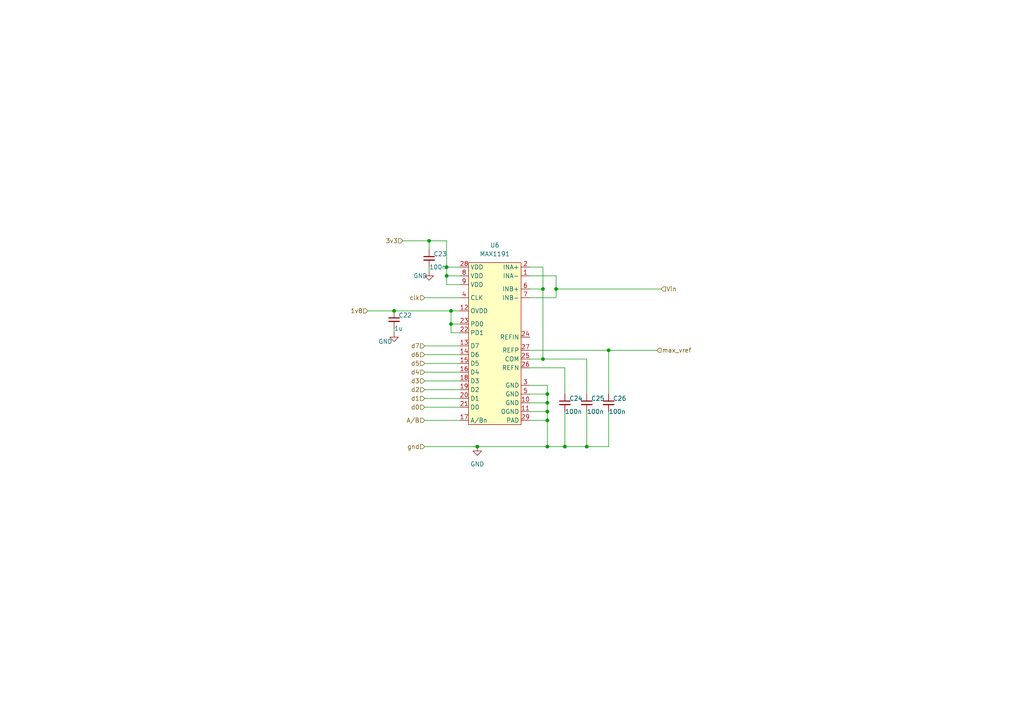
<source format=kicad_sch>
(kicad_sch
	(version 20231120)
	(generator "eeschema")
	(generator_version "8.0")
	(uuid "3a186c3a-e753-4d92-969b-521b857a3f91")
	(paper "A4")
	(lib_symbols
		(symbol "0_kicad_custom_symbols:MAX1191"
			(exclude_from_sim no)
			(in_bom yes)
			(on_board yes)
			(property "Reference" "U"
				(at -1.27 25.4 0)
				(effects
					(font
						(size 1.27 1.27)
					)
				)
			)
			(property "Value" "MAX1191"
				(at -1.27 22.86 0)
				(effects
					(font
						(size 1.27 1.27)
					)
				)
			)
			(property "Footprint" ""
				(at -10.16 22.86 0)
				(effects
					(font
						(size 1.27 1.27)
					)
					(hide yes)
				)
			)
			(property "Datasheet" ""
				(at -10.16 22.86 0)
				(effects
					(font
						(size 1.27 1.27)
					)
					(hide yes)
				)
			)
			(property "Description" ""
				(at 0 0 0)
				(effects
					(font
						(size 1.27 1.27)
					)
					(hide yes)
				)
			)
			(symbol "MAX1191_0_0"
				(pin unspecified line
					(at 10.16 17.78 180)
					(length 2.54)
					(name "INA-"
						(effects
							(font
								(size 1.27 1.27)
							)
						)
					)
					(number "1"
						(effects
							(font
								(size 1.27 1.27)
							)
						)
					)
				)
				(pin unspecified line
					(at 10.16 -19.05 180)
					(length 2.54)
					(name "GND"
						(effects
							(font
								(size 1.27 1.27)
							)
						)
					)
					(number "10"
						(effects
							(font
								(size 1.27 1.27)
							)
						)
					)
				)
				(pin unspecified line
					(at 10.16 -21.59 180)
					(length 2.54)
					(name "OGND"
						(effects
							(font
								(size 1.27 1.27)
							)
						)
					)
					(number "11"
						(effects
							(font
								(size 1.27 1.27)
							)
						)
					)
				)
				(pin unspecified line
					(at -10.16 7.62 0)
					(length 2.54)
					(name "OVDD"
						(effects
							(font
								(size 1.27 1.27)
							)
						)
					)
					(number "12"
						(effects
							(font
								(size 1.27 1.27)
							)
						)
					)
				)
				(pin unspecified line
					(at -10.16 -2.54 0)
					(length 2.54)
					(name "D7"
						(effects
							(font
								(size 1.27 1.27)
							)
						)
					)
					(number "13"
						(effects
							(font
								(size 1.27 1.27)
							)
						)
					)
				)
				(pin unspecified line
					(at -10.16 -5.08 0)
					(length 2.54)
					(name "D6"
						(effects
							(font
								(size 1.27 1.27)
							)
						)
					)
					(number "14"
						(effects
							(font
								(size 1.27 1.27)
							)
						)
					)
				)
				(pin unspecified line
					(at -10.16 -7.62 0)
					(length 2.54)
					(name "D5"
						(effects
							(font
								(size 1.27 1.27)
							)
						)
					)
					(number "15"
						(effects
							(font
								(size 1.27 1.27)
							)
						)
					)
				)
				(pin unspecified line
					(at -10.16 -10.16 0)
					(length 2.54)
					(name "D4"
						(effects
							(font
								(size 1.27 1.27)
							)
						)
					)
					(number "16"
						(effects
							(font
								(size 1.27 1.27)
							)
						)
					)
				)
				(pin unspecified line
					(at -10.16 -24.13 0)
					(length 2.54)
					(name "A/Bn"
						(effects
							(font
								(size 1.27 1.27)
							)
						)
					)
					(number "17"
						(effects
							(font
								(size 1.27 1.27)
							)
						)
					)
				)
				(pin unspecified line
					(at -10.16 -12.7 0)
					(length 2.54)
					(name "D3"
						(effects
							(font
								(size 1.27 1.27)
							)
						)
					)
					(number "18"
						(effects
							(font
								(size 1.27 1.27)
							)
						)
					)
				)
				(pin unspecified line
					(at -10.16 -15.24 0)
					(length 2.54)
					(name "D2"
						(effects
							(font
								(size 1.27 1.27)
							)
						)
					)
					(number "19"
						(effects
							(font
								(size 1.27 1.27)
							)
						)
					)
				)
				(pin unspecified line
					(at 10.16 20.32 180)
					(length 2.54)
					(name "INA+"
						(effects
							(font
								(size 1.27 1.27)
							)
						)
					)
					(number "2"
						(effects
							(font
								(size 1.27 1.27)
							)
						)
					)
				)
				(pin unspecified line
					(at -10.16 -17.78 0)
					(length 2.54)
					(name "D1"
						(effects
							(font
								(size 1.27 1.27)
							)
						)
					)
					(number "20"
						(effects
							(font
								(size 1.27 1.27)
							)
						)
					)
				)
				(pin unspecified line
					(at -10.16 -20.32 0)
					(length 2.54)
					(name "D0"
						(effects
							(font
								(size 1.27 1.27)
							)
						)
					)
					(number "21"
						(effects
							(font
								(size 1.27 1.27)
							)
						)
					)
				)
				(pin unspecified line
					(at -10.16 1.27 0)
					(length 2.54)
					(name "PD1"
						(effects
							(font
								(size 1.27 1.27)
							)
						)
					)
					(number "22"
						(effects
							(font
								(size 1.27 1.27)
							)
						)
					)
				)
				(pin unspecified line
					(at -10.16 3.81 0)
					(length 2.54)
					(name "PD0"
						(effects
							(font
								(size 1.27 1.27)
							)
						)
					)
					(number "23"
						(effects
							(font
								(size 1.27 1.27)
							)
						)
					)
				)
				(pin unspecified line
					(at 10.16 0 180)
					(length 2.54)
					(name "REFIN"
						(effects
							(font
								(size 1.27 1.27)
							)
						)
					)
					(number "24"
						(effects
							(font
								(size 1.27 1.27)
							)
						)
					)
				)
				(pin unspecified line
					(at 10.16 -6.35 180)
					(length 2.54)
					(name "COM"
						(effects
							(font
								(size 1.27 1.27)
							)
						)
					)
					(number "25"
						(effects
							(font
								(size 1.27 1.27)
							)
						)
					)
				)
				(pin unspecified line
					(at 10.16 -8.89 180)
					(length 2.54)
					(name "REFN"
						(effects
							(font
								(size 1.27 1.27)
							)
						)
					)
					(number "26"
						(effects
							(font
								(size 1.27 1.27)
							)
						)
					)
				)
				(pin unspecified line
					(at 10.16 -3.81 180)
					(length 2.54)
					(name "REFP"
						(effects
							(font
								(size 1.27 1.27)
							)
						)
					)
					(number "27"
						(effects
							(font
								(size 1.27 1.27)
							)
						)
					)
				)
				(pin unspecified line
					(at -10.16 20.32 0)
					(length 2.54)
					(name "VDD"
						(effects
							(font
								(size 1.27 1.27)
							)
						)
					)
					(number "28"
						(effects
							(font
								(size 1.27 1.27)
							)
						)
					)
				)
				(pin unspecified line
					(at 10.16 -24.13 180)
					(length 2.54)
					(name "PAD"
						(effects
							(font
								(size 1.27 1.27)
							)
						)
					)
					(number "29"
						(effects
							(font
								(size 1.27 1.27)
							)
						)
					)
				)
				(pin unspecified line
					(at 10.16 -13.97 180)
					(length 2.54)
					(name "GND"
						(effects
							(font
								(size 1.27 1.27)
							)
						)
					)
					(number "3"
						(effects
							(font
								(size 1.27 1.27)
							)
						)
					)
				)
				(pin unspecified line
					(at -10.16 11.43 0)
					(length 2.54)
					(name "CLK"
						(effects
							(font
								(size 1.27 1.27)
							)
						)
					)
					(number "4"
						(effects
							(font
								(size 1.27 1.27)
							)
						)
					)
				)
				(pin unspecified line
					(at 10.16 -16.51 180)
					(length 2.54)
					(name "GND"
						(effects
							(font
								(size 1.27 1.27)
							)
						)
					)
					(number "5"
						(effects
							(font
								(size 1.27 1.27)
							)
						)
					)
				)
				(pin unspecified line
					(at 10.16 13.97 180)
					(length 2.54)
					(name "INB+"
						(effects
							(font
								(size 1.27 1.27)
							)
						)
					)
					(number "6"
						(effects
							(font
								(size 1.27 1.27)
							)
						)
					)
				)
				(pin unspecified line
					(at 10.16 11.43 180)
					(length 2.54)
					(name "INB-"
						(effects
							(font
								(size 1.27 1.27)
							)
						)
					)
					(number "7"
						(effects
							(font
								(size 1.27 1.27)
							)
						)
					)
				)
				(pin unspecified line
					(at -10.16 17.78 0)
					(length 2.54)
					(name "VDD"
						(effects
							(font
								(size 1.27 1.27)
							)
						)
					)
					(number "8"
						(effects
							(font
								(size 1.27 1.27)
							)
						)
					)
				)
				(pin unspecified line
					(at -10.16 15.24 0)
					(length 2.54)
					(name "VDD"
						(effects
							(font
								(size 1.27 1.27)
							)
						)
					)
					(number "9"
						(effects
							(font
								(size 1.27 1.27)
							)
						)
					)
				)
			)
			(symbol "MAX1191_0_1"
				(rectangle
					(start -7.62 21.59)
					(end 7.62 -25.4)
					(stroke
						(width 0)
						(type default)
					)
					(fill
						(type background)
					)
				)
			)
		)
		(symbol "Device:C_Small"
			(pin_numbers hide)
			(pin_names
				(offset 0.254) hide)
			(exclude_from_sim no)
			(in_bom yes)
			(on_board yes)
			(property "Reference" "C"
				(at 0.254 1.778 0)
				(effects
					(font
						(size 1.27 1.27)
					)
					(justify left)
				)
			)
			(property "Value" "C_Small"
				(at 0.254 -2.032 0)
				(effects
					(font
						(size 1.27 1.27)
					)
					(justify left)
				)
			)
			(property "Footprint" ""
				(at 0 0 0)
				(effects
					(font
						(size 1.27 1.27)
					)
					(hide yes)
				)
			)
			(property "Datasheet" "~"
				(at 0 0 0)
				(effects
					(font
						(size 1.27 1.27)
					)
					(hide yes)
				)
			)
			(property "Description" "Unpolarized capacitor, small symbol"
				(at 0 0 0)
				(effects
					(font
						(size 1.27 1.27)
					)
					(hide yes)
				)
			)
			(property "ki_keywords" "capacitor cap"
				(at 0 0 0)
				(effects
					(font
						(size 1.27 1.27)
					)
					(hide yes)
				)
			)
			(property "ki_fp_filters" "C_*"
				(at 0 0 0)
				(effects
					(font
						(size 1.27 1.27)
					)
					(hide yes)
				)
			)
			(symbol "C_Small_0_1"
				(polyline
					(pts
						(xy -1.524 -0.508) (xy 1.524 -0.508)
					)
					(stroke
						(width 0.3302)
						(type default)
					)
					(fill
						(type none)
					)
				)
				(polyline
					(pts
						(xy -1.524 0.508) (xy 1.524 0.508)
					)
					(stroke
						(width 0.3048)
						(type default)
					)
					(fill
						(type none)
					)
				)
			)
			(symbol "C_Small_1_1"
				(pin passive line
					(at 0 2.54 270)
					(length 2.032)
					(name "~"
						(effects
							(font
								(size 1.27 1.27)
							)
						)
					)
					(number "1"
						(effects
							(font
								(size 1.27 1.27)
							)
						)
					)
				)
				(pin passive line
					(at 0 -2.54 90)
					(length 2.032)
					(name "~"
						(effects
							(font
								(size 1.27 1.27)
							)
						)
					)
					(number "2"
						(effects
							(font
								(size 1.27 1.27)
							)
						)
					)
				)
			)
		)
		(symbol "power:GND"
			(power)
			(pin_names
				(offset 0)
			)
			(exclude_from_sim no)
			(in_bom yes)
			(on_board yes)
			(property "Reference" "#PWR"
				(at 0 -6.35 0)
				(effects
					(font
						(size 1.27 1.27)
					)
					(hide yes)
				)
			)
			(property "Value" "GND"
				(at 0 -3.81 0)
				(effects
					(font
						(size 1.27 1.27)
					)
				)
			)
			(property "Footprint" ""
				(at 0 0 0)
				(effects
					(font
						(size 1.27 1.27)
					)
					(hide yes)
				)
			)
			(property "Datasheet" ""
				(at 0 0 0)
				(effects
					(font
						(size 1.27 1.27)
					)
					(hide yes)
				)
			)
			(property "Description" "Power symbol creates a global label with name \"GND\" , ground"
				(at 0 0 0)
				(effects
					(font
						(size 1.27 1.27)
					)
					(hide yes)
				)
			)
			(property "ki_keywords" "power-flag"
				(at 0 0 0)
				(effects
					(font
						(size 1.27 1.27)
					)
					(hide yes)
				)
			)
			(symbol "GND_0_1"
				(polyline
					(pts
						(xy 0 0) (xy 0 -1.27) (xy 1.27 -1.27) (xy 0 -2.54) (xy -1.27 -1.27) (xy 0 -1.27)
					)
					(stroke
						(width 0)
						(type default)
					)
					(fill
						(type none)
					)
				)
			)
			(symbol "GND_1_1"
				(pin power_in line
					(at 0 0 270)
					(length 0) hide
					(name "GND"
						(effects
							(font
								(size 1.27 1.27)
							)
						)
					)
					(number "1"
						(effects
							(font
								(size 1.27 1.27)
							)
						)
					)
				)
			)
		)
	)
	(junction
		(at 130.81 90.17)
		(diameter 0)
		(color 0 0 0 0)
		(uuid "009c2790-8889-41cf-b715-897af59e514f")
	)
	(junction
		(at 157.48 83.82)
		(diameter 0)
		(color 0 0 0 0)
		(uuid "0d6ee968-2c11-422f-b580-24ba3aa35505")
	)
	(junction
		(at 130.81 93.98)
		(diameter 0)
		(color 0 0 0 0)
		(uuid "4203972a-0b82-4af2-8c38-9a790fc3fc95")
	)
	(junction
		(at 170.18 129.54)
		(diameter 0)
		(color 0 0 0 0)
		(uuid "56a6ba4c-4004-46de-80d0-84f173694cf9")
	)
	(junction
		(at 129.54 80.01)
		(diameter 0)
		(color 0 0 0 0)
		(uuid "56d2defa-efae-476c-ae21-1d3b1b224979")
	)
	(junction
		(at 158.75 114.3)
		(diameter 0)
		(color 0 0 0 0)
		(uuid "6388cda6-0264-47e5-9552-66c45d925121")
	)
	(junction
		(at 158.75 116.84)
		(diameter 0)
		(color 0 0 0 0)
		(uuid "83432c3a-edcd-4145-b30a-4817d2121009")
	)
	(junction
		(at 158.75 121.92)
		(diameter 0)
		(color 0 0 0 0)
		(uuid "83a43ae1-db50-4364-9fec-c0d7e36b7f0a")
	)
	(junction
		(at 114.3 90.17)
		(diameter 0)
		(color 0 0 0 0)
		(uuid "8526a745-332d-4d31-8327-8cf158348bfa")
	)
	(junction
		(at 157.48 104.14)
		(diameter 0)
		(color 0 0 0 0)
		(uuid "b79beb60-d22f-4974-8783-64a0c227e42d")
	)
	(junction
		(at 158.75 119.38)
		(diameter 0)
		(color 0 0 0 0)
		(uuid "c1590a38-3c10-425e-858a-95aa249f91d6")
	)
	(junction
		(at 163.83 129.54)
		(diameter 0)
		(color 0 0 0 0)
		(uuid "cb4ab98c-c919-4089-a2f7-e23987412199")
	)
	(junction
		(at 138.43 129.54)
		(diameter 0)
		(color 0 0 0 0)
		(uuid "d391cc59-edc8-42be-81ee-08472c801038")
	)
	(junction
		(at 176.53 101.6)
		(diameter 0)
		(color 0 0 0 0)
		(uuid "d9a3889e-c3ff-452b-9b3c-d2bc2782c1e0")
	)
	(junction
		(at 158.75 129.54)
		(diameter 0)
		(color 0 0 0 0)
		(uuid "df76cb42-8292-4b0e-80a2-725c4a5377bf")
	)
	(junction
		(at 161.29 83.82)
		(diameter 0)
		(color 0 0 0 0)
		(uuid "eea3461b-6fe6-4913-8ad3-211a181590ec")
	)
	(junction
		(at 124.46 69.85)
		(diameter 0)
		(color 0 0 0 0)
		(uuid "f1fb2a2e-b849-40c6-8083-3d1d5a7e7fb0")
	)
	(junction
		(at 129.54 77.47)
		(diameter 0)
		(color 0 0 0 0)
		(uuid "f518a3ca-56d3-4ca5-8a74-9f5d45e1a02a")
	)
	(wire
		(pts
			(xy 153.67 119.38) (xy 158.75 119.38)
		)
		(stroke
			(width 0)
			(type default)
		)
		(uuid "03af67bb-de50-4d09-ba2f-1af046c9ba73")
	)
	(wire
		(pts
			(xy 138.43 129.54) (xy 158.75 129.54)
		)
		(stroke
			(width 0)
			(type default)
		)
		(uuid "056712ce-e684-4f33-9955-9e53f8ff1f30")
	)
	(wire
		(pts
			(xy 158.75 111.76) (xy 158.75 114.3)
		)
		(stroke
			(width 0)
			(type default)
		)
		(uuid "057649b6-dcfe-4ad2-b574-b808dad9cb8b")
	)
	(wire
		(pts
			(xy 157.48 83.82) (xy 157.48 104.14)
		)
		(stroke
			(width 0)
			(type default)
		)
		(uuid "061a9b0a-06ef-4659-82d4-812ea0d95a1a")
	)
	(wire
		(pts
			(xy 123.19 110.49) (xy 133.35 110.49)
		)
		(stroke
			(width 0)
			(type default)
		)
		(uuid "0a226972-16d7-4dbb-9567-35d717ca05a9")
	)
	(wire
		(pts
			(xy 129.54 82.55) (xy 129.54 80.01)
		)
		(stroke
			(width 0)
			(type default)
		)
		(uuid "0d50162a-1f0f-4c5d-9846-aa0e7fa44053")
	)
	(wire
		(pts
			(xy 153.67 83.82) (xy 157.48 83.82)
		)
		(stroke
			(width 0)
			(type default)
		)
		(uuid "0f3513b2-6805-4700-9e3f-0249e5384f67")
	)
	(wire
		(pts
			(xy 158.75 121.92) (xy 158.75 129.54)
		)
		(stroke
			(width 0)
			(type default)
		)
		(uuid "13be5d43-0f3d-4b17-9714-9a41f8a71774")
	)
	(wire
		(pts
			(xy 158.75 119.38) (xy 158.75 121.92)
		)
		(stroke
			(width 0)
			(type default)
		)
		(uuid "17cff373-d871-45fa-b23b-25c7ad05cd97")
	)
	(wire
		(pts
			(xy 170.18 114.3) (xy 170.18 104.14)
		)
		(stroke
			(width 0)
			(type default)
		)
		(uuid "1b40dec0-22e6-4f93-91f0-0473e1ff2517")
	)
	(wire
		(pts
			(xy 123.19 118.11) (xy 133.35 118.11)
		)
		(stroke
			(width 0)
			(type default)
		)
		(uuid "2e29d9ea-43b3-43ae-9970-93c2d20791b4")
	)
	(wire
		(pts
			(xy 123.19 105.41) (xy 133.35 105.41)
		)
		(stroke
			(width 0)
			(type default)
		)
		(uuid "30524622-027f-4d91-9144-1d4d8e5c493b")
	)
	(wire
		(pts
			(xy 124.46 69.85) (xy 129.54 69.85)
		)
		(stroke
			(width 0)
			(type default)
		)
		(uuid "3122eb30-9137-415f-94af-f8db0f960ddb")
	)
	(wire
		(pts
			(xy 130.81 90.17) (xy 133.35 90.17)
		)
		(stroke
			(width 0)
			(type default)
		)
		(uuid "375e67e8-6a7b-4429-a9d2-b84cedefab28")
	)
	(wire
		(pts
			(xy 133.35 96.52) (xy 130.81 96.52)
		)
		(stroke
			(width 0)
			(type default)
		)
		(uuid "3b4a8297-8916-434e-8bb2-684afc510d33")
	)
	(wire
		(pts
			(xy 129.54 77.47) (xy 133.35 77.47)
		)
		(stroke
			(width 0)
			(type default)
		)
		(uuid "3dce3440-a326-4e57-a6b4-394695f588a5")
	)
	(wire
		(pts
			(xy 114.3 95.25) (xy 114.3 96.52)
		)
		(stroke
			(width 0)
			(type default)
		)
		(uuid "3e7c71c1-36c4-4190-ab1f-53c77359e765")
	)
	(wire
		(pts
			(xy 130.81 93.98) (xy 133.35 93.98)
		)
		(stroke
			(width 0)
			(type default)
		)
		(uuid "3f3488f1-b0f0-4a0d-9794-d82a2033ea7b")
	)
	(wire
		(pts
			(xy 163.83 106.68) (xy 153.67 106.68)
		)
		(stroke
			(width 0)
			(type default)
		)
		(uuid "43a66af9-81ea-47af-b364-c18e5cd8ef78")
	)
	(wire
		(pts
			(xy 123.19 102.87) (xy 133.35 102.87)
		)
		(stroke
			(width 0)
			(type default)
		)
		(uuid "516a1ff0-9408-40db-9c23-cecaf6f107d2")
	)
	(wire
		(pts
			(xy 158.75 116.84) (xy 158.75 119.38)
		)
		(stroke
			(width 0)
			(type default)
		)
		(uuid "523e6cb9-2bb8-46bf-b491-0c196ac18d1c")
	)
	(wire
		(pts
			(xy 170.18 129.54) (xy 163.83 129.54)
		)
		(stroke
			(width 0)
			(type default)
		)
		(uuid "55ac9675-0d61-4cb8-b5c7-682382924ffe")
	)
	(wire
		(pts
			(xy 129.54 80.01) (xy 133.35 80.01)
		)
		(stroke
			(width 0)
			(type default)
		)
		(uuid "582fb485-074f-4636-9f2c-f330a2246ac0")
	)
	(wire
		(pts
			(xy 161.29 83.82) (xy 161.29 80.01)
		)
		(stroke
			(width 0)
			(type default)
		)
		(uuid "5b0fca35-82eb-443b-a7c8-6b822478b524")
	)
	(wire
		(pts
			(xy 153.67 114.3) (xy 158.75 114.3)
		)
		(stroke
			(width 0)
			(type default)
		)
		(uuid "61a5a92b-a207-4738-84b4-bfb237e521df")
	)
	(wire
		(pts
			(xy 123.19 86.36) (xy 133.35 86.36)
		)
		(stroke
			(width 0)
			(type default)
		)
		(uuid "629d2249-6534-4169-9f62-4185ebf4620a")
	)
	(wire
		(pts
			(xy 161.29 86.36) (xy 161.29 83.82)
		)
		(stroke
			(width 0)
			(type default)
		)
		(uuid "6835a406-aa8e-460a-8a49-0e6e29f89121")
	)
	(wire
		(pts
			(xy 123.19 121.92) (xy 133.35 121.92)
		)
		(stroke
			(width 0)
			(type default)
		)
		(uuid "69a767ff-af7a-492a-9e6f-e70ea76f8960")
	)
	(wire
		(pts
			(xy 161.29 80.01) (xy 153.67 80.01)
		)
		(stroke
			(width 0)
			(type default)
		)
		(uuid "6e988461-ec40-4ae8-8c49-cf19c323e377")
	)
	(wire
		(pts
			(xy 133.35 82.55) (xy 129.54 82.55)
		)
		(stroke
			(width 0)
			(type default)
		)
		(uuid "6fe94583-329a-42df-9dac-baaccab8eca9")
	)
	(wire
		(pts
			(xy 130.81 96.52) (xy 130.81 93.98)
		)
		(stroke
			(width 0)
			(type default)
		)
		(uuid "72843507-9dc5-419a-a835-3db96fd7ca61")
	)
	(wire
		(pts
			(xy 129.54 80.01) (xy 129.54 77.47)
		)
		(stroke
			(width 0)
			(type default)
		)
		(uuid "748d780c-6698-4128-b118-fe4cbb1925b8")
	)
	(wire
		(pts
			(xy 163.83 114.3) (xy 163.83 106.68)
		)
		(stroke
			(width 0)
			(type default)
		)
		(uuid "794f4a57-6554-4458-b743-b19a853994c7")
	)
	(wire
		(pts
			(xy 123.19 100.33) (xy 133.35 100.33)
		)
		(stroke
			(width 0)
			(type default)
		)
		(uuid "7bb3062b-3478-421a-80db-3f8fc4077c20")
	)
	(wire
		(pts
			(xy 116.84 69.85) (xy 124.46 69.85)
		)
		(stroke
			(width 0)
			(type default)
		)
		(uuid "85be3060-14ff-456f-bf81-a070bde9da7e")
	)
	(wire
		(pts
			(xy 176.53 114.3) (xy 176.53 101.6)
		)
		(stroke
			(width 0)
			(type default)
		)
		(uuid "89bde8db-00d9-4023-9549-0d9f36616c0d")
	)
	(wire
		(pts
			(xy 170.18 119.38) (xy 170.18 129.54)
		)
		(stroke
			(width 0)
			(type default)
		)
		(uuid "91b76a4d-d416-48b3-a46b-8919de1ae62b")
	)
	(wire
		(pts
			(xy 153.67 111.76) (xy 158.75 111.76)
		)
		(stroke
			(width 0)
			(type default)
		)
		(uuid "924ae627-3671-4d8e-a6ee-439c34a13070")
	)
	(wire
		(pts
			(xy 114.3 90.17) (xy 130.81 90.17)
		)
		(stroke
			(width 0)
			(type default)
		)
		(uuid "a292a8f0-6a2f-4f40-a50e-d2508f4997f6")
	)
	(wire
		(pts
			(xy 153.67 116.84) (xy 158.75 116.84)
		)
		(stroke
			(width 0)
			(type default)
		)
		(uuid "aaba882e-7d3f-41a7-a853-e8f19961fc5b")
	)
	(wire
		(pts
			(xy 123.19 115.57) (xy 133.35 115.57)
		)
		(stroke
			(width 0)
			(type default)
		)
		(uuid "ae3b24c2-a550-4522-8e8e-c86f77c401c7")
	)
	(wire
		(pts
			(xy 157.48 77.47) (xy 157.48 83.82)
		)
		(stroke
			(width 0)
			(type default)
		)
		(uuid "aea05e1d-c8e5-4863-ad26-f0b961a8d385")
	)
	(wire
		(pts
			(xy 161.29 83.82) (xy 191.77 83.82)
		)
		(stroke
			(width 0)
			(type default)
		)
		(uuid "b22b5239-8ef8-418a-bba0-d1c921fbe235")
	)
	(wire
		(pts
			(xy 123.19 107.95) (xy 133.35 107.95)
		)
		(stroke
			(width 0)
			(type default)
		)
		(uuid "b8475827-1727-4f78-8bfd-39f11bfd4ea4")
	)
	(wire
		(pts
			(xy 124.46 77.47) (xy 124.46 78.74)
		)
		(stroke
			(width 0)
			(type default)
		)
		(uuid "bec30309-c02c-437b-9124-0d3d7e3fbd8a")
	)
	(wire
		(pts
			(xy 153.67 86.36) (xy 161.29 86.36)
		)
		(stroke
			(width 0)
			(type default)
		)
		(uuid "c5f3ef44-1f9e-4c48-b5dd-344ebcb00de6")
	)
	(wire
		(pts
			(xy 170.18 104.14) (xy 157.48 104.14)
		)
		(stroke
			(width 0)
			(type default)
		)
		(uuid "c606cd10-3015-44ba-bfcd-47f2d35c82e0")
	)
	(wire
		(pts
			(xy 176.53 101.6) (xy 153.67 101.6)
		)
		(stroke
			(width 0)
			(type default)
		)
		(uuid "c7d6f129-8126-4c35-8ddc-1542ca0e570a")
	)
	(wire
		(pts
			(xy 158.75 121.92) (xy 153.67 121.92)
		)
		(stroke
			(width 0)
			(type default)
		)
		(uuid "c86452d9-10ff-4bd5-8ffb-24c18cb1ac62")
	)
	(wire
		(pts
			(xy 124.46 72.39) (xy 124.46 69.85)
		)
		(stroke
			(width 0)
			(type default)
		)
		(uuid "cb6c7595-2246-46f9-a2fa-4c999ad06db4")
	)
	(wire
		(pts
			(xy 129.54 69.85) (xy 129.54 77.47)
		)
		(stroke
			(width 0)
			(type default)
		)
		(uuid "cbd822d3-d2e1-4c3e-9116-fb18aa0b0a79")
	)
	(wire
		(pts
			(xy 123.19 129.54) (xy 138.43 129.54)
		)
		(stroke
			(width 0)
			(type default)
		)
		(uuid "d2f79b6b-5357-4146-ba09-85b79be81fee")
	)
	(wire
		(pts
			(xy 153.67 77.47) (xy 157.48 77.47)
		)
		(stroke
			(width 0)
			(type default)
		)
		(uuid "d82d7dd5-6c07-4c01-9f40-6ace4fe63ecd")
	)
	(wire
		(pts
			(xy 158.75 114.3) (xy 158.75 116.84)
		)
		(stroke
			(width 0)
			(type default)
		)
		(uuid "de35deca-9384-4728-b566-9f9773249ec8")
	)
	(wire
		(pts
			(xy 123.19 113.03) (xy 133.35 113.03)
		)
		(stroke
			(width 0)
			(type default)
		)
		(uuid "e1de7b6e-2319-4c5d-94fe-c6e2bcc66182")
	)
	(wire
		(pts
			(xy 106.68 90.17) (xy 114.3 90.17)
		)
		(stroke
			(width 0)
			(type default)
		)
		(uuid "e2222ee0-2aa3-4db0-8371-14407623d2ab")
	)
	(wire
		(pts
			(xy 176.53 119.38) (xy 176.53 129.54)
		)
		(stroke
			(width 0)
			(type default)
		)
		(uuid "e306bd0f-2e90-4a51-87f5-024c80016725")
	)
	(wire
		(pts
			(xy 176.53 129.54) (xy 170.18 129.54)
		)
		(stroke
			(width 0)
			(type default)
		)
		(uuid "f142632f-5dc8-42a3-8e71-6773d61fd401")
	)
	(wire
		(pts
			(xy 130.81 93.98) (xy 130.81 90.17)
		)
		(stroke
			(width 0)
			(type default)
		)
		(uuid "f2bb64e8-ad06-422c-a091-7492f206e862")
	)
	(wire
		(pts
			(xy 163.83 129.54) (xy 158.75 129.54)
		)
		(stroke
			(width 0)
			(type default)
		)
		(uuid "f66489a3-2d4a-4888-8acd-022f6507455e")
	)
	(wire
		(pts
			(xy 176.53 101.6) (xy 190.5 101.6)
		)
		(stroke
			(width 0)
			(type default)
		)
		(uuid "f87b8f35-cc80-4c01-9bdb-ff812c8d440d")
	)
	(wire
		(pts
			(xy 157.48 104.14) (xy 153.67 104.14)
		)
		(stroke
			(width 0)
			(type default)
		)
		(uuid "fb019ae5-5276-4e50-8910-d650d6f383ff")
	)
	(wire
		(pts
			(xy 163.83 119.38) (xy 163.83 129.54)
		)
		(stroke
			(width 0)
			(type default)
		)
		(uuid "ffe79284-edce-4352-b42f-d910f41fa292")
	)
	(hierarchical_label "Vin"
		(shape input)
		(at 191.77 83.82 0)
		(fields_autoplaced yes)
		(effects
			(font
				(size 1.27 1.27)
			)
			(justify left)
		)
		(uuid "05a5eb0e-02be-4f8b-9880-2b5c1694f79e")
	)
	(hierarchical_label "d3"
		(shape input)
		(at 123.19 110.49 180)
		(fields_autoplaced yes)
		(effects
			(font
				(size 1.27 1.27)
			)
			(justify right)
		)
		(uuid "19a9935b-0ed8-4cc5-87a7-d790bdaeb026")
	)
	(hierarchical_label "1v8"
		(shape input)
		(at 106.68 90.17 180)
		(fields_autoplaced yes)
		(effects
			(font
				(size 1.27 1.27)
			)
			(justify right)
		)
		(uuid "1fdb08b9-3a1a-4159-95f1-b75647f25ae2")
	)
	(hierarchical_label "d2"
		(shape input)
		(at 123.19 113.03 180)
		(fields_autoplaced yes)
		(effects
			(font
				(size 1.27 1.27)
			)
			(justify right)
		)
		(uuid "20ec0847-0e4b-44a9-8d60-b4cc6ceea1d9")
	)
	(hierarchical_label "gnd"
		(shape input)
		(at 123.19 129.54 180)
		(fields_autoplaced yes)
		(effects
			(font
				(size 1.27 1.27)
			)
			(justify right)
		)
		(uuid "31e53d69-ceac-47e2-a1d1-aa5dbd357004")
	)
	(hierarchical_label "d0"
		(shape input)
		(at 123.19 118.11 180)
		(fields_autoplaced yes)
		(effects
			(font
				(size 1.27 1.27)
			)
			(justify right)
		)
		(uuid "38bf970e-705e-4a07-a96a-3513a2f823e9")
	)
	(hierarchical_label "A{slash}B"
		(shape input)
		(at 123.19 121.92 180)
		(fields_autoplaced yes)
		(effects
			(font
				(size 1.27 1.27)
			)
			(justify right)
		)
		(uuid "55e064a6-aa99-4858-8d1f-fba7d2d3a258")
	)
	(hierarchical_label "3v3"
		(shape input)
		(at 116.84 69.85 180)
		(fields_autoplaced yes)
		(effects
			(font
				(size 1.27 1.27)
			)
			(justify right)
		)
		(uuid "57cd0bee-e996-4011-b0ca-c6417c65704c")
	)
	(hierarchical_label "max_vref"
		(shape input)
		(at 190.5 101.6 0)
		(fields_autoplaced yes)
		(effects
			(font
				(size 1.27 1.27)
			)
			(justify left)
		)
		(uuid "81f16ee4-a0a8-4ccb-a873-7f7ff08ff28b")
	)
	(hierarchical_label "clk"
		(shape input)
		(at 123.19 86.36 180)
		(fields_autoplaced yes)
		(effects
			(font
				(size 1.27 1.27)
			)
			(justify right)
		)
		(uuid "92958511-3a56-4d6d-8c9a-1221d63133eb")
	)
	(hierarchical_label "d5"
		(shape input)
		(at 123.19 105.41 180)
		(fields_autoplaced yes)
		(effects
			(font
				(size 1.27 1.27)
			)
			(justify right)
		)
		(uuid "a557abcf-0e48-45ac-b1ee-f3c31157667d")
	)
	(hierarchical_label "d7"
		(shape input)
		(at 123.19 100.33 180)
		(fields_autoplaced yes)
		(effects
			(font
				(size 1.27 1.27)
			)
			(justify right)
		)
		(uuid "b9b49bdc-e9d5-41c0-ba41-24db7930a148")
	)
	(hierarchical_label "d1"
		(shape input)
		(at 123.19 115.57 180)
		(fields_autoplaced yes)
		(effects
			(font
				(size 1.27 1.27)
			)
			(justify right)
		)
		(uuid "cc9ad428-c551-4af6-add9-ed0495923af8")
	)
	(hierarchical_label "d4"
		(shape input)
		(at 123.19 107.95 180)
		(fields_autoplaced yes)
		(effects
			(font
				(size 1.27 1.27)
			)
			(justify right)
		)
		(uuid "dedc8579-0d4a-4710-9dad-9ead1f2d25de")
	)
	(hierarchical_label "d6"
		(shape input)
		(at 123.19 102.87 180)
		(fields_autoplaced yes)
		(effects
			(font
				(size 1.27 1.27)
			)
			(justify right)
		)
		(uuid "e0269b1d-8844-4014-bf44-b8a6ed3aaaea")
	)
	(symbol
		(lib_id "Device:C_Small")
		(at 163.83 116.84 0)
		(unit 1)
		(exclude_from_sim no)
		(in_bom yes)
		(on_board yes)
		(dnp no)
		(uuid "0cf6a68c-8a54-4bd0-ae51-4d1c74339cce")
		(property "Reference" "C24"
			(at 165.1 115.57 0)
			(effects
				(font
					(size 1.27 1.27)
				)
				(justify left)
			)
		)
		(property "Value" "100n"
			(at 163.83 119.38 0)
			(effects
				(font
					(size 1.27 1.27)
				)
				(justify left)
			)
		)
		(property "Footprint" "Capacitor_SMD:C_0603_1608Metric_Pad1.08x0.95mm_HandSolder"
			(at 163.83 116.84 0)
			(effects
				(font
					(size 1.27 1.27)
				)
				(hide yes)
			)
		)
		(property "Datasheet" "~"
			(at 163.83 116.84 0)
			(effects
				(font
					(size 1.27 1.27)
				)
				(hide yes)
			)
		)
		(property "Description" ""
			(at 163.83 116.84 0)
			(effects
				(font
					(size 1.27 1.27)
				)
				(hide yes)
			)
		)
		(pin "1"
			(uuid "5bff5c7c-637e-4079-a7d8-59d52843409f")
		)
		(pin "2"
			(uuid "511e4196-43d1-4725-bf8b-7d18e07840df")
		)
		(instances
			(project "controller test board"
				(path "/e63e39d7-6ac0-4ffd-8aa3-1841a4541b55/db172008-375e-4e07-8e7d-66c296b46572"
					(reference "C24")
					(unit 1)
				)
			)
		)
	)
	(symbol
		(lib_id "power:GND")
		(at 124.46 78.74 0)
		(unit 1)
		(exclude_from_sim no)
		(in_bom yes)
		(on_board yes)
		(dnp no)
		(uuid "1135741a-1761-4b7d-9607-0bd298f2a135")
		(property "Reference" "#PWR0117"
			(at 124.46 85.09 0)
			(effects
				(font
					(size 1.27 1.27)
				)
				(hide yes)
			)
		)
		(property "Value" "GND"
			(at 121.92 80.01 0)
			(effects
				(font
					(size 1.27 1.27)
				)
			)
		)
		(property "Footprint" ""
			(at 124.46 78.74 0)
			(effects
				(font
					(size 1.27 1.27)
				)
				(hide yes)
			)
		)
		(property "Datasheet" ""
			(at 124.46 78.74 0)
			(effects
				(font
					(size 1.27 1.27)
				)
				(hide yes)
			)
		)
		(property "Description" ""
			(at 124.46 78.74 0)
			(effects
				(font
					(size 1.27 1.27)
				)
				(hide yes)
			)
		)
		(pin "1"
			(uuid "bc2b8b53-48c8-43aa-beab-e18a150c1009")
		)
		(instances
			(project "controller test board"
				(path "/e63e39d7-6ac0-4ffd-8aa3-1841a4541b55/db172008-375e-4e07-8e7d-66c296b46572"
					(reference "#PWR0117")
					(unit 1)
				)
			)
		)
	)
	(symbol
		(lib_id "Device:C_Small")
		(at 170.18 116.84 0)
		(unit 1)
		(exclude_from_sim no)
		(in_bom yes)
		(on_board yes)
		(dnp no)
		(uuid "4cd94c9d-3735-4a87-867d-c90b72d350a8")
		(property "Reference" "C25"
			(at 171.45 115.57 0)
			(effects
				(font
					(size 1.27 1.27)
				)
				(justify left)
			)
		)
		(property "Value" "100n"
			(at 170.18 119.38 0)
			(effects
				(font
					(size 1.27 1.27)
				)
				(justify left)
			)
		)
		(property "Footprint" "Capacitor_SMD:C_0603_1608Metric_Pad1.08x0.95mm_HandSolder"
			(at 170.18 116.84 0)
			(effects
				(font
					(size 1.27 1.27)
				)
				(hide yes)
			)
		)
		(property "Datasheet" "~"
			(at 170.18 116.84 0)
			(effects
				(font
					(size 1.27 1.27)
				)
				(hide yes)
			)
		)
		(property "Description" ""
			(at 170.18 116.84 0)
			(effects
				(font
					(size 1.27 1.27)
				)
				(hide yes)
			)
		)
		(pin "1"
			(uuid "b3249621-b59f-4299-bb34-d7c36cbac308")
		)
		(pin "2"
			(uuid "d58831ff-3200-4740-af38-be7c91827a87")
		)
		(instances
			(project "controller test board"
				(path "/e63e39d7-6ac0-4ffd-8aa3-1841a4541b55/db172008-375e-4e07-8e7d-66c296b46572"
					(reference "C25")
					(unit 1)
				)
			)
		)
	)
	(symbol
		(lib_id "power:GND")
		(at 114.3 96.52 0)
		(unit 1)
		(exclude_from_sim no)
		(in_bom yes)
		(on_board yes)
		(dnp no)
		(uuid "50b6aba3-37b7-442c-bb81-c9c87f51b375")
		(property "Reference" "#PWR0118"
			(at 114.3 102.87 0)
			(effects
				(font
					(size 1.27 1.27)
				)
				(hide yes)
			)
		)
		(property "Value" "GND"
			(at 111.76 99.06 0)
			(effects
				(font
					(size 1.27 1.27)
				)
			)
		)
		(property "Footprint" ""
			(at 114.3 96.52 0)
			(effects
				(font
					(size 1.27 1.27)
				)
				(hide yes)
			)
		)
		(property "Datasheet" ""
			(at 114.3 96.52 0)
			(effects
				(font
					(size 1.27 1.27)
				)
				(hide yes)
			)
		)
		(property "Description" ""
			(at 114.3 96.52 0)
			(effects
				(font
					(size 1.27 1.27)
				)
				(hide yes)
			)
		)
		(pin "1"
			(uuid "741b4bee-6a7c-4b3c-9738-429b90fe4f4b")
		)
		(instances
			(project "controller test board"
				(path "/e63e39d7-6ac0-4ffd-8aa3-1841a4541b55/db172008-375e-4e07-8e7d-66c296b46572"
					(reference "#PWR0118")
					(unit 1)
				)
			)
		)
	)
	(symbol
		(lib_id "Device:C_Small")
		(at 176.53 116.84 0)
		(unit 1)
		(exclude_from_sim no)
		(in_bom yes)
		(on_board yes)
		(dnp no)
		(uuid "5662eb89-c5fa-4073-8e64-3adb668d7988")
		(property "Reference" "C26"
			(at 177.8 115.57 0)
			(effects
				(font
					(size 1.27 1.27)
				)
				(justify left)
			)
		)
		(property "Value" "100n"
			(at 176.53 119.38 0)
			(effects
				(font
					(size 1.27 1.27)
				)
				(justify left)
			)
		)
		(property "Footprint" "Capacitor_SMD:C_0603_1608Metric_Pad1.08x0.95mm_HandSolder"
			(at 176.53 116.84 0)
			(effects
				(font
					(size 1.27 1.27)
				)
				(hide yes)
			)
		)
		(property "Datasheet" "~"
			(at 176.53 116.84 0)
			(effects
				(font
					(size 1.27 1.27)
				)
				(hide yes)
			)
		)
		(property "Description" ""
			(at 176.53 116.84 0)
			(effects
				(font
					(size 1.27 1.27)
				)
				(hide yes)
			)
		)
		(pin "1"
			(uuid "37f153c0-d307-4cfc-8344-8bc4b00b2ebe")
		)
		(pin "2"
			(uuid "a515b6cf-9f2b-4fb4-bb29-5a58ffb11cb6")
		)
		(instances
			(project "controller test board"
				(path "/e63e39d7-6ac0-4ffd-8aa3-1841a4541b55/db172008-375e-4e07-8e7d-66c296b46572"
					(reference "C26")
					(unit 1)
				)
			)
		)
	)
	(symbol
		(lib_id "Device:C_Small")
		(at 124.46 74.93 0)
		(unit 1)
		(exclude_from_sim no)
		(in_bom yes)
		(on_board yes)
		(dnp no)
		(uuid "e6be3a9e-2806-456f-926a-db4f84b667af")
		(property "Reference" "C23"
			(at 125.73 73.66 0)
			(effects
				(font
					(size 1.27 1.27)
				)
				(justify left)
			)
		)
		(property "Value" "100n"
			(at 124.46 77.47 0)
			(effects
				(font
					(size 1.27 1.27)
				)
				(justify left)
			)
		)
		(property "Footprint" "Capacitor_SMD:C_0603_1608Metric_Pad1.08x0.95mm_HandSolder"
			(at 124.46 74.93 0)
			(effects
				(font
					(size 1.27 1.27)
				)
				(hide yes)
			)
		)
		(property "Datasheet" "~"
			(at 124.46 74.93 0)
			(effects
				(font
					(size 1.27 1.27)
				)
				(hide yes)
			)
		)
		(property "Description" ""
			(at 124.46 74.93 0)
			(effects
				(font
					(size 1.27 1.27)
				)
				(hide yes)
			)
		)
		(pin "1"
			(uuid "fe885555-8c65-4521-896e-b22dfab06560")
		)
		(pin "2"
			(uuid "dd963389-f4cb-4011-9e75-6b7b3f60b3dc")
		)
		(instances
			(project "controller test board"
				(path "/e63e39d7-6ac0-4ffd-8aa3-1841a4541b55/db172008-375e-4e07-8e7d-66c296b46572"
					(reference "C23")
					(unit 1)
				)
			)
		)
	)
	(symbol
		(lib_id "Device:C_Small")
		(at 114.3 92.71 0)
		(unit 1)
		(exclude_from_sim no)
		(in_bom yes)
		(on_board yes)
		(dnp no)
		(uuid "ea2abe44-01af-46f8-8f4a-7abcf00d1d81")
		(property "Reference" "C22"
			(at 115.57 91.44 0)
			(effects
				(font
					(size 1.27 1.27)
				)
				(justify left)
			)
		)
		(property "Value" "1u"
			(at 114.3 95.25 0)
			(effects
				(font
					(size 1.27 1.27)
				)
				(justify left)
			)
		)
		(property "Footprint" "Capacitor_SMD:C_0603_1608Metric_Pad1.08x0.95mm_HandSolder"
			(at 114.3 92.71 0)
			(effects
				(font
					(size 1.27 1.27)
				)
				(hide yes)
			)
		)
		(property "Datasheet" "~"
			(at 114.3 92.71 0)
			(effects
				(font
					(size 1.27 1.27)
				)
				(hide yes)
			)
		)
		(property "Description" ""
			(at 114.3 92.71 0)
			(effects
				(font
					(size 1.27 1.27)
				)
				(hide yes)
			)
		)
		(pin "1"
			(uuid "da21a861-071c-43ab-9669-59b0f7b61c77")
		)
		(pin "2"
			(uuid "1dd563f3-7123-4be6-8816-0369a0c7148b")
		)
		(instances
			(project "controller test board"
				(path "/e63e39d7-6ac0-4ffd-8aa3-1841a4541b55/db172008-375e-4e07-8e7d-66c296b46572"
					(reference "C22")
					(unit 1)
				)
			)
		)
	)
	(symbol
		(lib_id "power:GND")
		(at 138.43 129.54 0)
		(unit 1)
		(exclude_from_sim no)
		(in_bom yes)
		(on_board yes)
		(dnp no)
		(fields_autoplaced yes)
		(uuid "f89362e4-d511-4fc4-86cf-710e6a461c3d")
		(property "Reference" "#PWR0116"
			(at 138.43 135.89 0)
			(effects
				(font
					(size 1.27 1.27)
				)
				(hide yes)
			)
		)
		(property "Value" "GND"
			(at 138.43 134.62 0)
			(effects
				(font
					(size 1.27 1.27)
				)
			)
		)
		(property "Footprint" ""
			(at 138.43 129.54 0)
			(effects
				(font
					(size 1.27 1.27)
				)
				(hide yes)
			)
		)
		(property "Datasheet" ""
			(at 138.43 129.54 0)
			(effects
				(font
					(size 1.27 1.27)
				)
				(hide yes)
			)
		)
		(property "Description" ""
			(at 138.43 129.54 0)
			(effects
				(font
					(size 1.27 1.27)
				)
				(hide yes)
			)
		)
		(pin "1"
			(uuid "46495fed-359e-4c30-808a-9217af090de7")
		)
		(instances
			(project "controller test board"
				(path "/e63e39d7-6ac0-4ffd-8aa3-1841a4541b55/db172008-375e-4e07-8e7d-66c296b46572"
					(reference "#PWR0116")
					(unit 1)
				)
			)
		)
	)
	(symbol
		(lib_id "0_kicad_custom_symbols:MAX1191")
		(at 143.51 97.79 0)
		(unit 1)
		(exclude_from_sim no)
		(in_bom yes)
		(on_board yes)
		(dnp no)
		(fields_autoplaced yes)
		(uuid "fe780a02-fd5f-4cf7-a215-01856a1aa947")
		(property "Reference" "U6"
			(at 143.51 71.12 0)
			(effects
				(font
					(size 1.27 1.27)
				)
			)
		)
		(property "Value" "MAX1191"
			(at 143.51 73.66 0)
			(effects
				(font
					(size 1.27 1.27)
				)
			)
		)
		(property "Footprint" "Package_DFN_QFN:QFN-28-1EP_5x5mm_P0.5mm_EP3.35x3.35mm"
			(at 133.35 74.93 0)
			(effects
				(font
					(size 1.27 1.27)
				)
				(hide yes)
			)
		)
		(property "Datasheet" ""
			(at 133.35 74.93 0)
			(effects
				(font
					(size 1.27 1.27)
				)
				(hide yes)
			)
		)
		(property "Description" ""
			(at 143.51 97.79 0)
			(effects
				(font
					(size 1.27 1.27)
				)
				(hide yes)
			)
		)
		(pin "1"
			(uuid "377773b8-0b78-4e3a-bc76-c05f6f0fcc7e")
		)
		(pin "10"
			(uuid "bfb62c1d-af6d-4441-8504-cc5acfc3475c")
		)
		(pin "11"
			(uuid "1cbe7094-4a4e-4f0a-a88e-fb574d20f95c")
		)
		(pin "12"
			(uuid "bb01e9fe-5d4d-4d99-8d90-ce569a8d2632")
		)
		(pin "13"
			(uuid "4a713863-b408-4b04-8ab2-f3b2200bcfa4")
		)
		(pin "14"
			(uuid "8b564cf1-8371-42c0-9163-af689d21e90c")
		)
		(pin "15"
			(uuid "a979c1bf-3046-49d1-9ec5-3931457079ca")
		)
		(pin "16"
			(uuid "c9125381-427f-4514-b78c-ab026758249f")
		)
		(pin "17"
			(uuid "f08ebad7-7304-4e90-967a-c37947f634bc")
		)
		(pin "18"
			(uuid "e3b6ebb1-1531-41c2-9189-0cc33721c293")
		)
		(pin "19"
			(uuid "9f0a3e59-c35f-474f-a15b-2c1d222a477d")
		)
		(pin "2"
			(uuid "872ee068-9b64-4300-95a4-dd7610bc0628")
		)
		(pin "20"
			(uuid "a9c58a7f-3cab-4a38-968d-fdd9ac3db0c9")
		)
		(pin "21"
			(uuid "63dda8d6-6690-40fe-a303-f141a60eab39")
		)
		(pin "22"
			(uuid "f6047e1c-09b2-41ba-8014-62d097b8cda3")
		)
		(pin "23"
			(uuid "869f9900-25f5-4f00-94d9-5d4a825ec1e5")
		)
		(pin "24"
			(uuid "d45d06e9-99a6-4f5c-a048-1c966eda3a8b")
		)
		(pin "25"
			(uuid "f429ab3d-f403-48ac-b5a3-dab17ceb8537")
		)
		(pin "26"
			(uuid "d058d1c1-8723-4992-9231-80082c16535d")
		)
		(pin "27"
			(uuid "6f34545f-1172-4c4f-bb64-71a67f673339")
		)
		(pin "28"
			(uuid "8f22201e-a056-4980-be76-1a4fbfe7270d")
		)
		(pin "29"
			(uuid "b40ca82d-3849-484e-805f-2b11b3e26f09")
		)
		(pin "3"
			(uuid "4ae8297e-5cdd-46ee-8a1c-1669ec8c5c14")
		)
		(pin "4"
			(uuid "357403a0-c1a6-4be4-9c8f-4f8866185b64")
		)
		(pin "5"
			(uuid "39776633-0ab6-4441-abb9-52470ccf2bf4")
		)
		(pin "6"
			(uuid "6a675919-2c4b-4fb8-80d7-4e12c8e2111b")
		)
		(pin "7"
			(uuid "ee9f4201-c53c-4850-979a-7dcd92d01fdb")
		)
		(pin "8"
			(uuid "967e2818-1fd7-4b6a-bf84-d66a77f6d638")
		)
		(pin "9"
			(uuid "924df76d-e05c-4300-8d87-14bc9cb73330")
		)
		(instances
			(project "controller test board"
				(path "/e63e39d7-6ac0-4ffd-8aa3-1841a4541b55/db172008-375e-4e07-8e7d-66c296b46572"
					(reference "U6")
					(unit 1)
				)
			)
		)
	)
)

</source>
